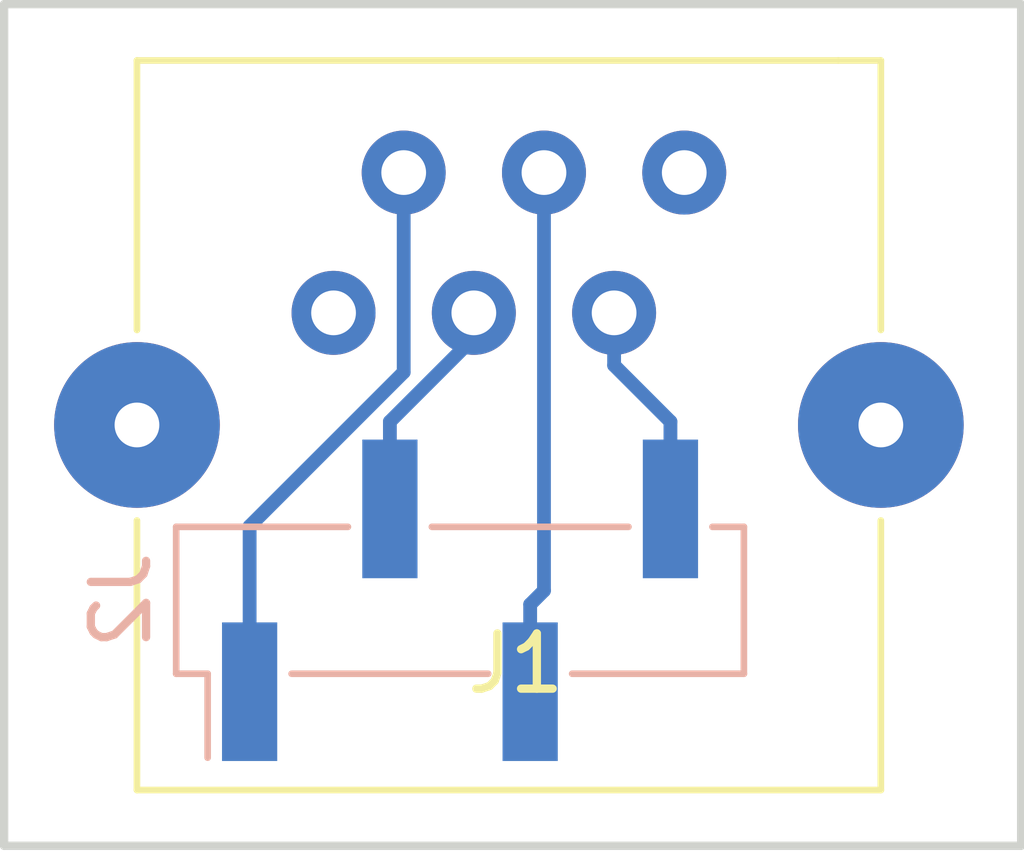
<source format=kicad_pcb>
(kicad_pcb (version 4) (host pcbnew 4.0.7-e2-6376~58~ubuntu16.04.1)

  (general
    (links 4)
    (no_connects 0)
    (area 140.259999 82.474999 158.825001 98.092619)
    (thickness 1.6)
    (drawings 4)
    (tracks 12)
    (zones 0)
    (modules 2)
    (nets 9)
  )

  (page A4)
  (layers
    (0 F.Cu signal)
    (31 B.Cu signal)
    (32 B.Adhes user)
    (33 F.Adhes user)
    (34 B.Paste user)
    (35 F.Paste user)
    (36 B.SilkS user)
    (37 F.SilkS user)
    (38 B.Mask user)
    (39 F.Mask user)
    (40 Dwgs.User user)
    (41 Cmts.User user)
    (42 Eco1.User user)
    (43 Eco2.User user)
    (44 Edge.Cuts user)
    (45 Margin user)
    (46 B.CrtYd user)
    (47 F.CrtYd user)
    (48 B.Fab user)
    (49 F.Fab user)
  )

  (setup
    (last_trace_width 0.25)
    (trace_clearance 0.2)
    (zone_clearance 0.508)
    (zone_45_only no)
    (trace_min 0.2)
    (segment_width 0.2)
    (edge_width 0.15)
    (via_size 0.85)
    (via_drill 0.45)
    (via_min_size 0.4)
    (via_min_drill 0.3)
    (uvia_size 0.3)
    (uvia_drill 0.1)
    (uvias_allowed no)
    (uvia_min_size 0.2)
    (uvia_min_drill 0.1)
    (pcb_text_width 0.3)
    (pcb_text_size 1.5 1.5)
    (mod_edge_width 0.15)
    (mod_text_size 1 1)
    (mod_text_width 0.15)
    (pad_size 1.524 1.524)
    (pad_drill 0.762)
    (pad_to_mask_clearance 0.2)
    (aux_axis_origin 0 0)
    (visible_elements FFFFFF7F)
    (pcbplotparams
      (layerselection 0x010f0_80000001)
      (usegerberextensions true)
      (excludeedgelayer true)
      (linewidth 0.100000)
      (plotframeref false)
      (viasonmask false)
      (mode 1)
      (useauxorigin false)
      (hpglpennumber 1)
      (hpglpenspeed 20)
      (hpglpendiameter 15)
      (hpglpenoverlay 2)
      (psnegative false)
      (psa4output false)
      (plotreference true)
      (plotvalue true)
      (plotinvisibletext false)
      (padsonsilk false)
      (subtractmaskfromsilk false)
      (outputformat 1)
      (mirror false)
      (drillshape 0)
      (scaleselection 1)
      (outputdirectory rj11_01x04_2.54_gerber/))
  )

  (net 0 "")
  (net 1 "Net-(J1-Pad4)")
  (net 2 "Net-(J1-Pad2)")
  (net 3 "Net-(J1-Pad6)")
  (net 4 "Net-(J1-Pad1)")
  (net 5 "Net-(J1-Pad3)")
  (net 6 "Net-(J1-Pad5)")
  (net 7 "Net-(J1-Pad8)")
  (net 8 "Net-(J1-Pad7)")

  (net_class Default "This is the default net class."
    (clearance 0.2)
    (trace_width 0.25)
    (via_dia 0.85)
    (via_drill 0.45)
    (uvia_dia 0.3)
    (uvia_drill 0.1)
    (add_net "Net-(J1-Pad1)")
    (add_net "Net-(J1-Pad2)")
    (add_net "Net-(J1-Pad3)")
    (add_net "Net-(J1-Pad4)")
    (add_net "Net-(J1-Pad5)")
    (add_net "Net-(J1-Pad6)")
    (add_net "Net-(J1-Pad7)")
    (add_net "Net-(J1-Pad8)")
  )

  (module Connectors:RJ12_E (layer F.Cu) (tedit 0) (tstamp 5A4D5143)
    (at 146.3 88.14)
    (path /5A4D2909)
    (fp_text reference J1 (at 3.3 6.35) (layer F.SilkS)
      (effects (font (size 1 1) (thickness 0.15)))
    )
    (fp_text value RJ12 (at 3.3 3.81) (layer F.Fab)
      (effects (font (size 1 1) (thickness 0.15)))
    )
    (fp_line (start -3.56 -4.57) (end -3.56 0.31) (layer F.SilkS) (width 0.12))
    (fp_line (start 9.91 -4.57) (end 9.91 0.31) (layer F.SilkS) (width 0.12))
    (fp_line (start -3.56 8.64) (end 9.91 8.64) (layer F.SilkS) (width 0.12))
    (fp_line (start 9.14 -4.57) (end 9.91 -4.57) (layer F.SilkS) (width 0.12))
    (fp_line (start -3.56 -4.57) (end 9.14 -4.57) (layer F.SilkS) (width 0.12))
    (fp_line (start -3.56 3.76) (end -3.56 8.64) (layer F.SilkS) (width 0.12))
    (fp_line (start 9.91 3.76) (end 9.91 8.64) (layer F.SilkS) (width 0.12))
    (fp_line (start -5.31 -4.82) (end 11.66 -4.82) (layer F.CrtYd) (width 0.05))
    (fp_line (start -5.31 -4.82) (end -5.31 8.89) (layer F.CrtYd) (width 0.05))
    (fp_line (start 11.66 8.89) (end 11.66 -4.82) (layer F.CrtYd) (width 0.05))
    (fp_line (start 11.66 8.89) (end -5.31 8.89) (layer F.CrtYd) (width 0.05))
    (pad 4 thru_hole circle (at 3.81 -2.54) (size 1.52 1.52) (drill 0.81) (layers *.Cu *.Mask)
      (net 1 "Net-(J1-Pad4)"))
    (pad 2 thru_hole circle (at 1.27 -2.54) (size 1.52 1.52) (drill 0.81) (layers *.Cu *.Mask)
      (net 2 "Net-(J1-Pad2)"))
    (pad 6 thru_hole circle (at 6.35 -2.54) (size 1.52 1.52) (drill 0.81) (layers *.Cu *.Mask)
      (net 3 "Net-(J1-Pad6)"))
    (pad 1 thru_hole circle (at 0 0) (size 1.52 1.52) (drill 0.81) (layers *.Cu *.Mask)
      (net 4 "Net-(J1-Pad1)"))
    (pad 3 thru_hole circle (at 2.54 0) (size 1.52 1.52) (drill 0.81) (layers *.Cu *.Mask)
      (net 5 "Net-(J1-Pad3)"))
    (pad 5 thru_hole circle (at 5.08 0) (size 1.52 1.52) (drill 0.81) (layers *.Cu *.Mask)
      (net 6 "Net-(J1-Pad5)"))
    (pad 8 thru_hole circle (at 9.91 2.03) (size 3 3) (drill 0.81) (layers *.Cu *.Mask)
      (net 7 "Net-(J1-Pad8)"))
    (pad 7 thru_hole circle (at -3.56 2.03) (size 3 3) (drill 0.81) (layers *.Cu *.Mask)
      (net 8 "Net-(J1-Pad7)"))
  )

  (module Pin_Headers:Pin_Header_Straight_1x04_Pitch2.54mm_SMD_Pin1Right (layer B.Cu) (tedit 59650532) (tstamp 5A4D514B)
    (at 148.59 93.345 270)
    (descr "surface-mounted straight pin header, 1x04, 2.54mm pitch, single row, style 2 (pin 1 right)")
    (tags "Surface mounted pin header SMD 1x04 2.54mm single row style2 pin1 right")
    (path /5A4D29A2)
    (attr smd)
    (fp_text reference J2 (at 0 6.14 270) (layer B.SilkS)
      (effects (font (size 1 1) (thickness 0.15)) (justify mirror))
    )
    (fp_text value Conn_01x04 (at 0 -6.14 270) (layer B.Fab)
      (effects (font (size 1 1) (thickness 0.15)) (justify mirror))
    )
    (fp_line (start 1.27 -5.08) (end -1.27 -5.08) (layer B.Fab) (width 0.1))
    (fp_line (start -1.27 5.08) (end 0.32 5.08) (layer B.Fab) (width 0.1))
    (fp_line (start 1.27 -5.08) (end 1.27 4.13) (layer B.Fab) (width 0.1))
    (fp_line (start 1.27 4.13) (end 0.32 5.08) (layer B.Fab) (width 0.1))
    (fp_line (start -1.27 5.08) (end -1.27 -5.08) (layer B.Fab) (width 0.1))
    (fp_line (start -1.27 1.59) (end -2.54 1.59) (layer B.Fab) (width 0.1))
    (fp_line (start -2.54 1.59) (end -2.54 0.95) (layer B.Fab) (width 0.1))
    (fp_line (start -2.54 0.95) (end -1.27 0.95) (layer B.Fab) (width 0.1))
    (fp_line (start -1.27 -3.49) (end -2.54 -3.49) (layer B.Fab) (width 0.1))
    (fp_line (start -2.54 -3.49) (end -2.54 -4.13) (layer B.Fab) (width 0.1))
    (fp_line (start -2.54 -4.13) (end -1.27 -4.13) (layer B.Fab) (width 0.1))
    (fp_line (start 1.27 4.13) (end 2.54 4.13) (layer B.Fab) (width 0.1))
    (fp_line (start 2.54 4.13) (end 2.54 3.49) (layer B.Fab) (width 0.1))
    (fp_line (start 2.54 3.49) (end 1.27 3.49) (layer B.Fab) (width 0.1))
    (fp_line (start 1.27 -0.95) (end 2.54 -0.95) (layer B.Fab) (width 0.1))
    (fp_line (start 2.54 -0.95) (end 2.54 -1.59) (layer B.Fab) (width 0.1))
    (fp_line (start 2.54 -1.59) (end 1.27 -1.59) (layer B.Fab) (width 0.1))
    (fp_line (start -1.33 5.14) (end 1.33 5.14) (layer B.SilkS) (width 0.12))
    (fp_line (start -1.33 -5.14) (end 1.33 -5.14) (layer B.SilkS) (width 0.12))
    (fp_line (start 1.33 3.05) (end 1.33 -0.51) (layer B.SilkS) (width 0.12))
    (fp_line (start 1.33 -2.03) (end 1.33 -5.14) (layer B.SilkS) (width 0.12))
    (fp_line (start -1.33 5.14) (end -1.33 2.03) (layer B.SilkS) (width 0.12))
    (fp_line (start 1.33 4.57) (end 2.85 4.57) (layer B.SilkS) (width 0.12))
    (fp_line (start 1.33 5.14) (end 1.33 4.57) (layer B.SilkS) (width 0.12))
    (fp_line (start -1.33 -4.57) (end -1.33 -5.14) (layer B.SilkS) (width 0.12))
    (fp_line (start -1.33 0.51) (end -1.33 -3.05) (layer B.SilkS) (width 0.12))
    (fp_line (start -3.45 5.6) (end -3.45 -5.6) (layer B.CrtYd) (width 0.05))
    (fp_line (start -3.45 -5.6) (end 3.45 -5.6) (layer B.CrtYd) (width 0.05))
    (fp_line (start 3.45 -5.6) (end 3.45 5.6) (layer B.CrtYd) (width 0.05))
    (fp_line (start 3.45 5.6) (end -3.45 5.6) (layer B.CrtYd) (width 0.05))
    (fp_text user %R (at 0 0 540) (layer B.Fab)
      (effects (font (size 1 1) (thickness 0.15)) (justify mirror))
    )
    (pad 2 smd rect (at -1.655 1.27 270) (size 2.51 1) (layers B.Cu B.Paste B.Mask)
      (net 5 "Net-(J1-Pad3)"))
    (pad 4 smd rect (at -1.655 -3.81 270) (size 2.51 1) (layers B.Cu B.Paste B.Mask)
      (net 6 "Net-(J1-Pad5)"))
    (pad 1 smd rect (at 1.655 3.81 270) (size 2.51 1) (layers B.Cu B.Paste B.Mask)
      (net 2 "Net-(J1-Pad2)"))
    (pad 3 smd rect (at 1.655 -1.27 270) (size 2.51 1) (layers B.Cu B.Paste B.Mask)
      (net 1 "Net-(J1-Pad4)"))
    (model ${KISYS3DMOD}/Pin_Headers.3dshapes/Pin_Header_Straight_1x04_Pitch2.54mm_SMD_Pin1Right.wrl
      (at (xyz 0 0 0))
      (scale (xyz 1 1 1))
      (rotate (xyz 0 0 0))
    )
  )

  (gr_line (start 140.335 97.79) (end 140.335 82.55) (layer Edge.Cuts) (width 0.15))
  (gr_line (start 158.75 97.79) (end 140.335 97.79) (layer Edge.Cuts) (width 0.15))
  (gr_line (start 158.75 82.55) (end 158.75 97.79) (layer Edge.Cuts) (width 0.15))
  (gr_line (start 140.335 82.55) (end 158.75 82.55) (layer Edge.Cuts) (width 0.15))

  (segment (start 150.11 93.1697) (end 150.11 85.6) (width 0.25) (layer B.Cu) (net 1))
  (segment (start 149.86 93.4197) (end 150.11 93.1697) (width 0.25) (layer B.Cu) (net 1))
  (segment (start 149.86 95) (end 149.86 93.4197) (width 0.25) (layer B.Cu) (net 1))
  (segment (start 147.57 89.2142) (end 147.57 85.6) (width 0.25) (layer B.Cu) (net 2))
  (segment (start 144.78 92.0042) (end 147.57 89.2142) (width 0.25) (layer B.Cu) (net 2))
  (segment (start 144.78 95) (end 144.78 92.0042) (width 0.25) (layer B.Cu) (net 2))
  (segment (start 148.84 88.5897) (end 148.84 88.14) (width 0.25) (layer B.Cu) (net 5))
  (segment (start 147.32 90.1097) (end 148.84 88.5897) (width 0.25) (layer B.Cu) (net 5))
  (segment (start 147.32 91.69) (end 147.32 90.1097) (width 0.25) (layer B.Cu) (net 5))
  (segment (start 151.38 89.0897) (end 151.38 88.14) (width 0.25) (layer B.Cu) (net 6))
  (segment (start 152.4 90.1097) (end 151.38 89.0897) (width 0.25) (layer B.Cu) (net 6))
  (segment (start 152.4 91.69) (end 152.4 90.1097) (width 0.25) (layer B.Cu) (net 6))

)

</source>
